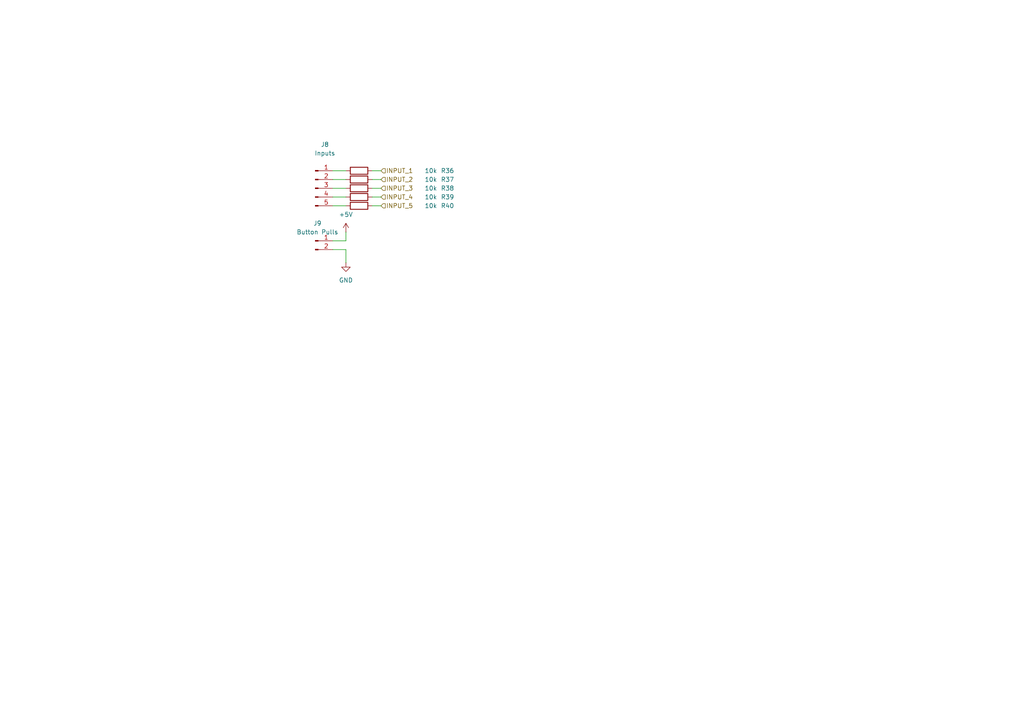
<source format=kicad_sch>
(kicad_sch (version 20250114) (generator "eeschema") (generator_version "9.0")
  (paper "A4")
  (title_block (rev "Rev.1"))
  (lib_symbols
    (symbol "Connector:Conn_01x02_Pin" (pin_names (offset 1.016) (hide yes))
      (property "Reference" "J" (at 0 2.54 0))
      (property "Value" "Conn_01x02_Pin" (at 0 -5.08 0))
      (symbol "Conn_01x02_Pin_1_1"
        (rectangle (start 0.8636 0.127) (end 0 -0.127) (stroke (width 0.1524)) (fill (type outline)))
        (rectangle (start 0.8636 -2.413) (end 0 -2.667) (stroke (width 0.1524)) (fill (type outline)))
        (polyline (pts (xy 1.27 0) (xy 0.8636 0)) (stroke (width 0.1524)))
        (polyline (pts (xy 1.27 -2.54) (xy 0.8636 -2.54)) (stroke (width 0.1524)))
        (pin passive line (at 5.08 0 180) (length 3.81) (name "Pin_1") (number "1"))
        (pin passive line (at 5.08 -2.54 180) (length 3.81) (name "Pin_2") (number "2"))
      )
    )
    (symbol "Connector:Conn_01x05_Pin" (pin_names (offset 1.016) (hide yes))
      (property "Reference" "J" (at 0 7.62 0))
      (property "Value" "Conn_01x05_Pin" (at 0 -7.62 0))
      (symbol "Conn_01x05_Pin_1_1"
        (rectangle (start 0.8636 5.207) (end 0 4.953) (stroke (width 0.1524)) (fill (type outline)))
        (rectangle (start 0.8636 2.667) (end 0 2.413) (stroke (width 0.1524)) (fill (type outline)))
        (rectangle (start 0.8636 0.127) (end 0 -0.127) (stroke (width 0.1524)) (fill (type outline)))
        (rectangle (start 0.8636 -2.413) (end 0 -2.667) (stroke (width 0.1524)) (fill (type outline)))
        (rectangle (start 0.8636 -4.953) (end 0 -5.207) (stroke (width 0.1524)) (fill (type outline)))
        (polyline (pts (xy 1.27 5.08) (xy 0.8636 5.08)) (stroke (width 0.1524)))
        (polyline (pts (xy 1.27 2.54) (xy 0.8636 2.54)) (stroke (width 0.1524)))
        (polyline (pts (xy 1.27 0) (xy 0.8636 0)) (stroke (width 0.1524)))
        (polyline (pts (xy 1.27 -2.54) (xy 0.8636 -2.54)) (stroke (width 0.1524)))
        (polyline (pts (xy 1.27 -5.08) (xy 0.8636 -5.08)) (stroke (width 0.1524)))
        (pin passive line (at 5.08 5.08 180) (length 3.81) (name "Pin_1") (number "1"))
        (pin passive line (at 5.08 2.54 180) (length 3.81) (name "Pin_2") (number "2"))
        (pin passive line (at 5.08 0 180) (length 3.81) (name "Pin_3") (number "3"))
        (pin passive line (at 5.08 -2.54 180) (length 3.81) (name "Pin_4") (number "4"))
        (pin passive line (at 5.08 -5.08 180) (length 3.81) (name "Pin_5") (number "5"))
      )
    )
    (symbol "Device:R" (pin_numbers (hide yes)) (pin_names (offset 0))
      (property "Reference" "R" (at 2.032 0 90))
      (property "Value" "R" (at 0 0 90))
      (symbol "R_0_1"
        (rectangle (start -1.016 -2.54) (end 1.016 2.54) (stroke (width 0.254)))
      )
      (symbol "R_1_1"
        (pin passive line (at 0 3.81 270) (length 1.27) (name "~") (number "1"))
        (pin passive line (at 0 -3.81 90) (length 1.27) (name "~") (number "2"))
      )
    )
    (symbol "power:+5V" (power) (pin_numbers (hide yes)) (pin_names (offset 0) (hide yes))
      (property "Value" "+5V" (at 0 3.556 0))
      (symbol "+5V_0_1"
        (polyline (pts (xy -0.762 1.27) (xy 0 2.54)))
        (polyline (pts (xy 0 2.54) (xy 0.762 1.27)))
        (polyline (pts (xy 0 0) (xy 0 2.54)))
      )
      (symbol "+5V_1_1"
        (pin power_in line (at 0 0 90) (length 0) (name "~") (number "1"))
      )
    )
    (symbol "power:GND" (power) (pin_numbers (hide yes)) (pin_names (offset 0) (hide yes))
      (property "Value" "GND" (at 0 -3.81 0))
      (symbol "GND_0_1"
        (polyline (pts (xy 0 0) (xy 0 -1.27) (xy 1.27 -1.27) (xy 0 -2.54) (xy -1.27 -1.27) (xy 0 -1.27)))
      )
      (symbol "GND_1_1"
        (pin power_in line (at 0 0 270) (length 0) (name "~") (number "1"))
      )
    )
  )
  (wire (pts (xy 100.33 67.31) (xy 100.33 69.85)))
  (wire (pts (xy 107.95 54.61) (xy 110.49 54.61)))
  (wire (pts (xy 107.95 57.15) (xy 110.49 57.15)))
  (wire (pts (xy 96.52 52.07) (xy 100.33 52.07)))
  (wire (pts (xy 96.52 59.69) (xy 100.33 59.69)))
  (wire (pts (xy 100.33 72.39) (xy 96.52 72.39)))
  (wire (pts (xy 107.95 59.69) (xy 110.49 59.69)))
  (wire (pts (xy 100.33 76.2) (xy 100.33 72.39)))
  (wire (pts (xy 96.52 57.15) (xy 100.33 57.15)))
  (wire (pts (xy 96.52 49.53) (xy 100.33 49.53)))
  (wire (pts (xy 96.52 69.85) (xy 100.33 69.85)))
  (wire (pts (xy 107.95 52.07) (xy 110.49 52.07)))
  (wire (pts (xy 107.95 49.53) (xy 110.49 49.53)))
  (wire (pts (xy 96.52 54.61) (xy 100.33 54.61)))
  (hierarchical_label "INPUT_2" (shape input) (at 110.49 52.07 0))
  (hierarchical_label "INPUT_3" (shape input) (at 110.49 54.61 0))
  (hierarchical_label "INPUT_5" (shape input) (at 110.49 59.69 0))
  (hierarchical_label "INPUT_4" (shape input) (at 110.49 57.15 0))
  (hierarchical_label "INPUT_1" (shape input) (at 110.49 49.53 0))
  (symbol (lib_id "Connector:Conn_01x02_Pin") (at 91.44 69.85 0) (unit 1)
    (property "Reference" "J9" (at 92.075 64.77 0))
    (property "Value" "Button Pulls" (at 92.075 67.31 0))
    (property "Footprint" "Connector_PinHeader_2.54mm:PinHeader_1x02_P2.54mm_Vertical" (effects (hide yes)))
    (property "Description" "Generic connector, single row, 01x02, script generated" (effects (hide yes)))
  )
  (symbol (lib_id "Device:R") (at 104.14 59.69 90) (unit 1)
    (property "Reference" "R40" (at 129.794 59.69 90))
    (property "Value" "10k" (at 124.968 59.69 90))
    (property "Footprint" "Resistor_SMD:R_0402_1005Metric" (effects (hide yes)))
    (property "Description" "Resistor" (effects (hide yes)))
  )
  (symbol (lib_id "Device:R") (at 104.14 52.07 90) (unit 1)
    (property "Reference" "R37" (at 129.794 52.07 90))
    (property "Value" "10k" (at 124.968 52.07 90))
    (property "Footprint" "Resistor_SMD:R_0402_1005Metric" (effects (hide yes)))
    (property "Description" "Resistor" (effects (hide yes)))
  )
  (symbol (lib_id "Device:R") (at 104.14 54.61 90) (unit 1)
    (property "Reference" "R38" (at 129.794 54.61 90))
    (property "Value" "10k" (at 124.968 54.61 90))
    (property "Footprint" "Resistor_SMD:R_0402_1005Metric" (effects (hide yes)))
    (property "Description" "Resistor" (effects (hide yes)))
  )
  (symbol (lib_id "Device:R") (at 104.14 57.15 90) (unit 1)
    (property "Reference" "R39" (at 129.794 57.15 90))
    (property "Value" "10k" (at 124.968 57.15 90))
    (property "Footprint" "Resistor_SMD:R_0402_1005Metric" (effects (hide yes)))
    (property "Description" "Resistor" (effects (hide yes)))
  )
  (symbol (lib_id "Device:R") (at 104.14 49.53 90) (unit 1)
    (property "Reference" "R36" (at 129.794 49.53 90))
    (property "Value" "10k" (at 124.968 49.53 90))
    (property "Footprint" "Resistor_SMD:R_0402_1005Metric" (effects (hide yes)))
    (property "Description" "Resistor" (effects (hide yes)))
  )
  (symbol (lib_id "power:+5V") (at 100.33 67.31 0) (unit 1)
    (property "Reference" "#PWR040" (effects (hide yes)))
    (property "Value" "+5V" (at 100.33 62.23 0))
    (property "Description" "Power symbol creates a global label with name \"+5V\"" (effects (hide yes)))
  )
  (symbol (lib_id "power:GND") (at 100.33 76.2 0) (unit 1)
    (property "Reference" "#PWR041" (effects (hide yes)))
    (property "Value" "GND" (at 100.33 81.28 0))
    (property "Description" "Power symbol creates a global label with name \"GND\" , ground" (effects (hide yes)))
  )
  (symbol (lib_id "Connector:Conn_01x05_Pin") (at 91.44 54.61 0) (unit 1)
    (property "Reference" "J8" (at 94.234 41.91 0))
    (property "Value" "Inputs" (at 94.234 44.45 0))
    (property "Footprint" "Connector_PinHeader_2.54mm:PinHeader_1x05_P2.54mm_Vertical" (effects (hide yes)))
    (property "Description" "Generic connector, single row, 01x05, script generated" (effects (hide yes)))
  )
)
</source>
